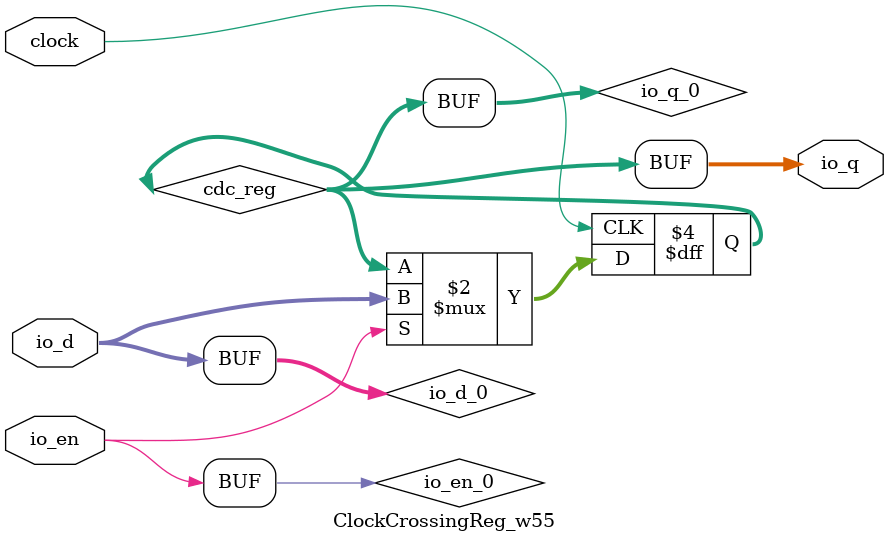
<source format=sv>
`ifndef RANDOMIZE
  `ifdef RANDOMIZE_MEM_INIT
    `define RANDOMIZE
  `endif // RANDOMIZE_MEM_INIT
`endif // not def RANDOMIZE
`ifndef RANDOMIZE
  `ifdef RANDOMIZE_REG_INIT
    `define RANDOMIZE
  `endif // RANDOMIZE_REG_INIT
`endif // not def RANDOMIZE

`ifndef RANDOM
  `define RANDOM $random
`endif // not def RANDOM

// Users can define INIT_RANDOM as general code that gets injected into the
// initializer block for modules with registers.
`ifndef INIT_RANDOM
  `define INIT_RANDOM
`endif // not def INIT_RANDOM

// If using random initialization, you can also define RANDOMIZE_DELAY to
// customize the delay used, otherwise 0.002 is used.
`ifndef RANDOMIZE_DELAY
  `define RANDOMIZE_DELAY 0.002
`endif // not def RANDOMIZE_DELAY

// Define INIT_RANDOM_PROLOG_ for use in our modules below.
`ifndef INIT_RANDOM_PROLOG_
  `ifdef RANDOMIZE
    `ifdef VERILATOR
      `define INIT_RANDOM_PROLOG_ `INIT_RANDOM
    `else  // VERILATOR
      `define INIT_RANDOM_PROLOG_ `INIT_RANDOM #`RANDOMIZE_DELAY begin end
    `endif // VERILATOR
  `else  // RANDOMIZE
    `define INIT_RANDOM_PROLOG_
  `endif // RANDOMIZE
`endif // not def INIT_RANDOM_PROLOG_

// Include register initializers in init blocks unless synthesis is set
`ifndef SYNTHESIS
  `ifndef ENABLE_INITIAL_REG_
    `define ENABLE_INITIAL_REG_
  `endif // not def ENABLE_INITIAL_REG_
`endif // not def SYNTHESIS

// Include rmemory initializers in init blocks unless synthesis is set
`ifndef SYNTHESIS
  `ifndef ENABLE_INITIAL_MEM_
    `define ENABLE_INITIAL_MEM_
  `endif // not def ENABLE_INITIAL_MEM_
`endif // not def SYNTHESIS

// Standard header to adapt well known macros for prints and assertions.

// Users can define 'PRINTF_COND' to add an extra gate to prints.
`ifndef PRINTF_COND_
  `ifdef PRINTF_COND
    `define PRINTF_COND_ (`PRINTF_COND)
  `else  // PRINTF_COND
    `define PRINTF_COND_ 1
  `endif // PRINTF_COND
`endif // not def PRINTF_COND_

// Users can define 'ASSERT_VERBOSE_COND' to add an extra gate to assert error printing.
`ifndef ASSERT_VERBOSE_COND_
  `ifdef ASSERT_VERBOSE_COND
    `define ASSERT_VERBOSE_COND_ (`ASSERT_VERBOSE_COND)
  `else  // ASSERT_VERBOSE_COND
    `define ASSERT_VERBOSE_COND_ 1
  `endif // ASSERT_VERBOSE_COND
`endif // not def ASSERT_VERBOSE_COND_

// Users can define 'STOP_COND' to add an extra gate to stop conditions.
`ifndef STOP_COND_
  `ifdef STOP_COND
    `define STOP_COND_ (`STOP_COND)
  `else  // STOP_COND
    `define STOP_COND_ 1
  `endif // STOP_COND
`endif // not def STOP_COND_

module ClockCrossingReg_w55(
  input         clock,
  input  [54:0] io_d,	// src/main/scala/util/SynchronizerReg.scala:195:14
  output [54:0] io_q,	// src/main/scala/util/SynchronizerReg.scala:195:14
  input         io_en	// src/main/scala/util/SynchronizerReg.scala:195:14
);

  wire [54:0] io_d_0 = io_d;
  wire        io_en_0 = io_en;
  reg  [54:0] cdc_reg;	// src/main/scala/util/SynchronizerReg.scala:201:76
  wire [54:0] io_q_0 = cdc_reg;	// src/main/scala/util/SynchronizerReg.scala:201:76
  always @(posedge clock) begin
    if (io_en_0)
      cdc_reg <= io_d_0;	// src/main/scala/util/SynchronizerReg.scala:201:76
  end // always @(posedge)
  `ifdef ENABLE_INITIAL_REG_
    `ifdef FIRRTL_BEFORE_INITIAL
      `FIRRTL_BEFORE_INITIAL
    `endif // FIRRTL_BEFORE_INITIAL
    initial begin
      automatic logic [31:0] _RANDOM[0:1];
      `ifdef INIT_RANDOM_PROLOG_
        `INIT_RANDOM_PROLOG_
      `endif // INIT_RANDOM_PROLOG_
      `ifdef RANDOMIZE_REG_INIT
        for (logic [1:0] i = 2'h0; i < 2'h2; i += 2'h1) begin
          _RANDOM[i[0]] = `RANDOM;
        end
        cdc_reg = {_RANDOM[1'h0], _RANDOM[1'h1][22:0]};	// src/main/scala/util/SynchronizerReg.scala:201:76
      `endif // RANDOMIZE_REG_INIT
    end // initial
    `ifdef FIRRTL_AFTER_INITIAL
      `FIRRTL_AFTER_INITIAL
    `endif // FIRRTL_AFTER_INITIAL
  `endif // ENABLE_INITIAL_REG_
  assign io_q = io_q_0;
endmodule


</source>
